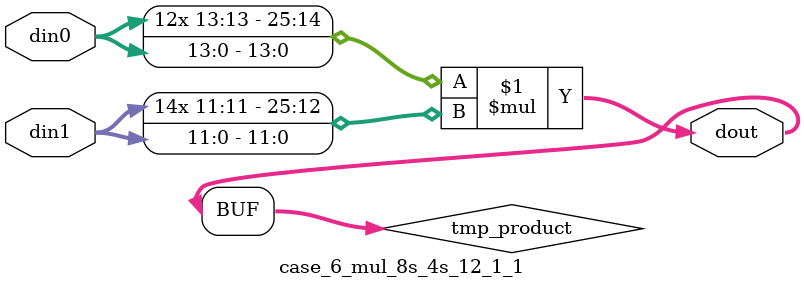
<source format=v>

`timescale 1 ns / 1 ps

 module case_6_mul_8s_4s_12_1_1(din0, din1, dout);
parameter ID = 1;
parameter NUM_STAGE = 0;
parameter din0_WIDTH = 14;
parameter din1_WIDTH = 12;
parameter dout_WIDTH = 26;

input [din0_WIDTH - 1 : 0] din0; 
input [din1_WIDTH - 1 : 0] din1; 
output [dout_WIDTH - 1 : 0] dout;

wire signed [dout_WIDTH - 1 : 0] tmp_product;



























assign tmp_product = $signed(din0) * $signed(din1);








assign dout = tmp_product;





















endmodule

</source>
